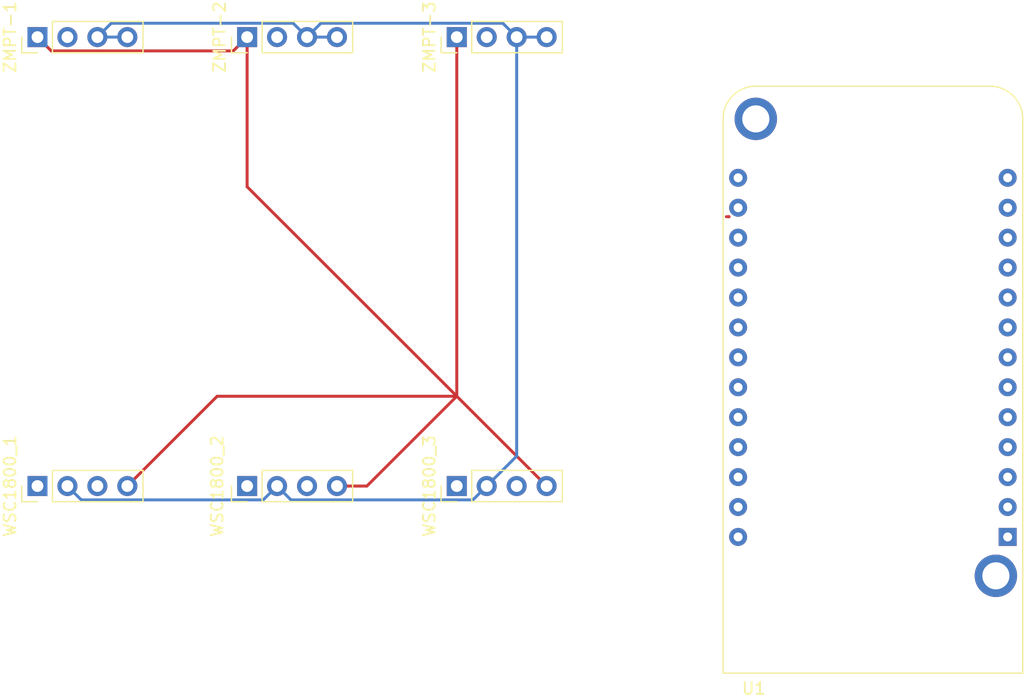
<source format=kicad_pcb>
(kicad_pcb (version 20221018) (generator pcbnew)
  (layers (0 "F.Cu" signal) (31 "B.Cu" signal) (34 "B.Paste" user) (35 "F.Paste" user) (36 "B.SilkS" user "B.Silkscreen") (37 "F.SilkS" user "F.Silkscreen") (38 "B.Mask" user) (39 "F.Mask" user) (44 "Edge.Cuts" user))
  (net 0 "")
  (net 13 "Net-(U1-GPIO36)")
  (net 14 "Net-(U1-GPIO39)")
  (net 16 "Net-(U1-GPIO34)")
  (net 17 "Net-(U1-GPIO35)")
  (net 18 "Net-(U1-GPIO32)")
  (net 19 "Net-(U1-GPIO33)")
  (net 28 "VPP")
  (net 29 "GND")
  (footprint "Connector_PinHeader_2.54mm:PinHeader_1x04_P2.54mm_Vertical" (layer "F.Cu") (at 53.34 53.34 90)
    (fp_text reference "ZMPT-1" (at 0 -2.33 90) (layer "F.SilkS"))
    (fp_text value "Screw_Terminal_01x04" hide)
    (fp_line (start -1.33 -1.33) (end 0 -1.33) (stroke (width 0.12)) (layer "F.SilkS"))
    (fp_line (start -1.33 0) (end -1.33 -1.33) (stroke (width 0.12)) (layer "F.SilkS"))
    (fp_line (start -1.33 1.27) (end -1.33 8.95) (stroke (width 0.12)) (layer "F.SilkS"))
    (fp_line (start -1.33 1.27) (end 1.33 1.27) (stroke (width 0.12)) (layer "F.SilkS"))
    (fp_line (start -1.33 8.95) (end 1.33 8.95) (stroke (width 0.12)) (layer "F.SilkS"))
    (fp_line (start 1.33 1.27) (end 1.33 8.95) (stroke (width 0.12)) (layer "F.SilkS"))
    (pad "1" thru_hole rect (at 0 0 90) (size 1.7 1.7) (drill 1) (layers "*.Cu" "*.Mask") (net 28 "VPP"))
    (pad "2" thru_hole oval (at 0 2.54 90) (size 1.7 1.7) (drill 1) (layers "*.Cu" "*.Mask") (net 16 "Net-(U1-GPIO34)"))
    (pad "3" thru_hole oval (at 0 5.08 90) (size 1.7 1.7) (drill 1) (layers "*.Cu" "*.Mask") (net 29 "GND"))
    (pad "4" thru_hole oval (at 0 7.62 90) (size 1.7 1.7) (drill 1) (layers "*.Cu" "*.Mask") (net 29 "GND"))
  )
  (footprint "Connector_PinHeader_2.54mm:PinHeader_1x04_P2.54mm_Vertical" (layer "F.Cu") (at 88.9 53.34 90)
    (fp_text reference "ZMPT-3" (at 0 -2.33 90) (layer "F.SilkS"))
    (fp_text value "Screw_Terminal_01x04" hide)
    (fp_line (start -1.33 -1.33) (end 0 -1.33) (stroke (width 0.12)) (layer "F.SilkS"))
    (fp_line (start -1.33 0) (end -1.33 -1.33) (stroke (width 0.12)) (layer "F.SilkS"))
    (fp_line (start -1.33 1.27) (end -1.33 8.95) (stroke (width 0.12)) (layer "F.SilkS"))
    (fp_line (start -1.33 1.27) (end 1.33 1.27) (stroke (width 0.12)) (layer "F.SilkS"))
    (fp_line (start -1.33 8.95) (end 1.33 8.95) (stroke (width 0.12)) (layer "F.SilkS"))
    (fp_line (start 1.33 1.27) (end 1.33 8.95) (stroke (width 0.12)) (layer "F.SilkS"))
    (pad "1" thru_hole rect (at 0 0 90) (size 1.7 1.7) (drill 1) (layers "*.Cu" "*.Mask") (net 28 "VPP"))
    (pad "2" thru_hole oval (at 0 2.54 90) (size 1.7 1.7) (drill 1) (layers "*.Cu" "*.Mask") (net 13 "Net-(U1-GPIO36)"))
    (pad "3" thru_hole oval (at 0 5.08 90) (size 1.7 1.7) (drill 1) (layers "*.Cu" "*.Mask") (net 29 "GND"))
    (pad "4" thru_hole oval (at 0 7.62 90) (size 1.7 1.7) (drill 1) (layers "*.Cu" "*.Mask") (net 29 "GND"))
  )
  (footprint "Connector_PinHeader_2.54mm:PinHeader_1x04_P2.54mm_Vertical" (layer "F.Cu") (at 71.12 91.44 90)
    (fp_text reference "WSC1800_2" (at 0 -2.54 90) (layer "F.SilkS"))
    (fp_text value "Screw_Terminal_01x04" hide)
    (fp_line (start -1.33 -1.33) (end 0 -1.33) (stroke (width 0.12)) (layer "F.SilkS"))
    (fp_line (start -1.33 0) (end -1.33 -1.33) (stroke (width 0.12)) (layer "F.SilkS"))
    (fp_line (start -1.33 1.27) (end -1.33 8.95) (stroke (width 0.12)) (layer "F.SilkS"))
    (fp_line (start -1.33 1.27) (end 1.33 1.27) (stroke (width 0.12)) (layer "F.SilkS"))
    (fp_line (start -1.33 8.95) (end 1.33 8.95) (stroke (width 0.12)) (layer "F.SilkS"))
    (fp_line (start 1.33 1.27) (end 1.33 8.95) (stroke (width 0.12)) (layer "F.SilkS"))
    (pad "1" thru_hole rect (at 0 0 90) (size 1.7 1.7) (drill 1) (layers "*.Cu" "*.Mask") (net 19 "Net-(U1-GPIO33)"))
    (pad "2" thru_hole oval (at 0 2.54 90) (size 1.7 1.7) (drill 1) (layers "*.Cu" "*.Mask") (net 29 "GND"))
    (pad "3" thru_hole oval (at 0 5.08 90) (size 1.7 1.7) (drill 1) (layers "*.Cu" "*.Mask"))
    (pad "4" thru_hole oval (at 0 7.62 90) (size 1.7 1.7) (drill 1) (layers "*.Cu" "*.Mask") (net 28 "VPP"))
  )
  (footprint "Connector_PinHeader_2.54mm:PinHeader_1x04_P2.54mm_Vertical" (layer "F.Cu") (at 88.9 91.44 90)
    (fp_text reference "WSC1800_3" (at 0 -2.33 90) (layer "F.SilkS"))
    (fp_text value "Screw_Terminal_01x04" hide)
    (fp_line (start -1.33 -1.33) (end 0 -1.33) (stroke (width 0.12)) (layer "F.SilkS"))
    (fp_line (start -1.33 0) (end -1.33 -1.33) (stroke (width 0.12)) (layer "F.SilkS"))
    (fp_line (start -1.33 1.27) (end -1.33 8.95) (stroke (width 0.12)) (layer "F.SilkS"))
    (fp_line (start -1.33 1.27) (end 1.33 1.27) (stroke (width 0.12)) (layer "F.SilkS"))
    (fp_line (start -1.33 8.95) (end 1.33 8.95) (stroke (width 0.12)) (layer "F.SilkS"))
    (fp_line (start 1.33 1.27) (end 1.33 8.95) (stroke (width 0.12)) (layer "F.SilkS"))
    (pad "1" thru_hole rect (at 0 0 90) (size 1.7 1.7) (drill 1) (layers "*.Cu" "*.Mask") (net 14 "Net-(U1-GPIO39)"))
    (pad "2" thru_hole oval (at 0 2.54 90) (size 1.7 1.7) (drill 1) (layers "*.Cu" "*.Mask") (net 29 "GND"))
    (pad "3" thru_hole oval (at 0 5.08 90) (size 1.7 1.7) (drill 1) (layers "*.Cu" "*.Mask"))
    (pad "4" thru_hole oval (at 0 7.62 90) (size 1.7 1.7) (drill 1) (layers "*.Cu" "*.Mask") (net 28 "VPP"))
  )
  (footprint "Connector_PinHeader_2.54mm:PinHeader_1x04_P2.54mm_Vertical" (layer "F.Cu") (at 71.12 53.34 90)
    (fp_text reference "ZMPT-2" (at 0 -2.33 90) (layer "F.SilkS"))
    (fp_text value "Screw_Terminal_01x04" hide)
    (fp_line (start -1.33 -1.33) (end 0 -1.33) (stroke (width 0.12)) (layer "F.SilkS"))
    (fp_line (start -1.33 0) (end -1.33 -1.33) (stroke (width 0.12)) (layer "F.SilkS"))
    (fp_line (start -1.33 1.27) (end -1.33 8.95) (stroke (width 0.12)) (layer "F.SilkS"))
    (fp_line (start -1.33 1.27) (end 1.33 1.27) (stroke (width 0.12)) (layer "F.SilkS"))
    (fp_line (start -1.33 8.95) (end 1.33 8.95) (stroke (width 0.12)) (layer "F.SilkS"))
    (fp_line (start 1.33 1.27) (end 1.33 8.95) (stroke (width 0.12)) (layer "F.SilkS"))
    (pad "1" thru_hole rect (at 0 0 90) (size 1.7 1.7) (drill 1) (layers "*.Cu" "*.Mask") (net 28 "VPP"))
    (pad "2" thru_hole oval (at 0 2.54 90) (size 1.7 1.7) (drill 1) (layers "*.Cu" "*.Mask") (net 17 "Net-(U1-GPIO35)"))
    (pad "3" thru_hole oval (at 0 5.08 90) (size 1.7 1.7) (drill 1) (layers "*.Cu" "*.Mask") (net 29 "GND"))
    (pad "4" thru_hole oval (at 0 7.62 90) (size 1.7 1.7) (drill 1) (layers "*.Cu" "*.Mask") (net 29 "GND"))
  )
  (footprint "WEMOS_LoLin32_Lite:WEMOS_LoLin32_Lite" (layer "F.Cu") (at 135.62 95.76)
    (fp_text reference "U1" (at -21.53 12.86 unlocked) (layer "F.SilkS"))
    (fp_text value "WeMos_LoLin32_Lite")
    (fp_line (start -24.135 11.56) (end -24.135 -35.48) (stroke (width 0.12)) (layer "F.SilkS"))
    (fp_line (start -21.36 -38.255) (end -1.5 -38.255) (stroke (width 0.12)) (layer "F.SilkS"))
    (fp_line (start 1.275 -35.48) (end 1.275 11.56) (stroke (width 0.12)) (layer "F.SilkS"))
    (fp_line (start 1.275 11.56) (end -24.135 11.56) (stroke (width 0.12)) (layer "F.SilkS"))
    (fp_arc (start -24.135 -35.48) (mid -23.322221 -37.442221) (end -21.36 -38.255) (stroke (width 0.12)) (layer "F.SilkS"))
    (fp_arc (start -1.5 -38.255) (mid 0.462221 -37.442221) (end 1.275 -35.48) (stroke (width 0.12)) (layer "F.SilkS"))
    (pad "" np_thru_hole circle (at -21.36 -35.48) (size 3.6 3.6) (drill 2.3) (layers "F&B.Cu" "*.Mask"))
    (pad "" np_thru_hole circle (at -1 3.3) (size 3.6 3.6) (drill 2.3) (layers "F&B.Cu" "*.Mask"))
    (pad "1" thru_hole rect (at 0 0) (size 1.524 1.524) (drill 0.762) (layers "*.Cu" "*.Mask"))
    (pad "2" thru_hole circle (at 0 -2.54) (size 1.524 1.524) (drill 0.762) (layers "*.Cu" "*.Mask"))
    (pad "3" thru_hole circle (at 0 -5.08) (size 1.524 1.524) (drill 0.762) (layers "*.Cu" "*.Mask"))
    (pad "4" thru_hole circle (at 0 -7.62) (size 1.524 1.524) (drill 0.762) (layers "*.Cu" "*.Mask"))
    (pad "5" thru_hole circle (at 0 -10.16) (size 1.524 1.524) (drill 0.762) (layers "*.Cu" "*.Mask"))
    (pad "6" thru_hole circle (at 0 -12.7) (size 1.524 1.524) (drill 0.762) (layers "*.Cu" "*.Mask"))
    (pad "7" thru_hole circle (at 0 -15.24) (size 1.524 1.524) (drill 0.762) (layers "*.Cu" "*.Mask"))
    (pad "8" thru_hole circle (at 0 -17.78) (size 1.524 1.524) (drill 0.762) (layers "*.Cu" "*.Mask"))
    (pad "9" thru_hole circle (at 0 -20.32) (size 1.524 1.524) (drill 0.762) (layers "*.Cu" "*.Mask"))
    (pad "10" thru_hole circle (at 0 -22.86) (size 1.524 1.524) (drill 0.762) (layers "*.Cu" "*.Mask"))
    (pad "11" thru_hole circle (at 0 -25.4) (size 1.524 1.524) (drill 0.762) (layers "*.Cu" "*.Mask"))
    (pad "12" thru_hole circle (at 0 -27.94) (size 1.524 1.524) (drill 0.762) (layers "*.Cu" "*.Mask"))
    (pad "13" thru_hole circle (at 0 -30.48) (size 1.524 1.524) (drill 0.762) (layers "*.Cu" "*.Mask") (net 28 "VPP"))
    (pad "14" thru_hole circle (at -22.86 -30.48) (size 1.524 1.524) (drill 0.762) (layers "*.Cu" "*.Mask") (net 13 "Net-(U1-GPIO36)"))
    (pad "15" thru_hole circle (at -22.86 -27.94) (size 1.524 1.524) (drill 0.762) (layers "*.Cu" "*.Mask") (net 14 "Net-(U1-GPIO39)"))
    (pad "16" thru_hole circle (at -22.86 -25.4) (size 1.524 1.524) (drill 0.762) (layers "*.Cu" "*.Mask"))
    (pad "17" thru_hole circle (at -22.86 -22.86) (size 1.524 1.524) (drill 0.762) (layers "*.Cu" "*.Mask") (net 16 "Net-(U1-GPIO34)"))
    (pad "18" thru_hole circle (at -22.86 -20.32) (size 1.524 1.524) (drill 0.762) (layers "*.Cu" "*.Mask") (net 17 "Net-(U1-GPIO35)"))
    (pad "19" thru_hole circle (at -22.86 -17.78) (size 1.524 1.524) (drill 0.762) (layers "*.Cu" "*.Mask") (net 18 "Net-(U1-GPIO32)"))
    (pad "20" thru_hole circle (at -22.86 -15.24) (size 1.524 1.524) (drill 0.762) (layers "*.Cu" "*.Mask") (net 19 "Net-(U1-GPIO33)"))
    (pad "21" thru_hole circle (at -22.86 -12.7) (size 1.524 1.524) (drill 0.762) (layers "*.Cu" "*.Mask"))
    (pad "22" thru_hole circle (at -22.86 -10.16) (size 1.524 1.524) (drill 0.762) (layers "*.Cu" "*.Mask"))
    (pad "23" thru_hole circle (at -22.86 -7.62) (size 1.524 1.524) (drill 0.762) (layers "*.Cu" "*.Mask"))
    (pad "24" thru_hole circle (at -22.86 -5.08) (size 1.524 1.524) (drill 0.762) (layers "*.Cu" "*.Mask"))
    (pad "25" thru_hole circle (at -22.86 -2.54) (size 1.524 1.524) (drill 0.762) (layers "*.Cu" "*.Mask"))
    (pad "26" thru_hole circle (at -22.86 0) (size 1.524 1.524) (drill 0.762) (layers "*.Cu" "*.Mask") (net 29 "GND"))
  )
  (footprint "Connector_PinHeader_2.54mm:PinHeader_1x04_P2.54mm_Vertical" (layer "F.Cu") (at 53.34 91.44 90)
    (fp_text reference "WSC1800_1" (at 0 -2.33 90) (layer "F.SilkS"))
    (fp_text value "Screw_Terminal_01x04" hide)
    (fp_line (start -1.33 -1.33) (end 0 -1.33) (stroke (width 0.12)) (layer "F.SilkS"))
    (fp_line (start -1.33 0) (end -1.33 -1.33) (stroke (width 0.12)) (layer "F.SilkS"))
    (fp_line (start -1.33 1.27) (end -1.33 8.95) (stroke (width 0.12)) (layer "F.SilkS"))
    (fp_line (start -1.33 1.27) (end 1.33 1.27) (stroke (width 0.12)) (layer "F.SilkS"))
    (fp_line (start -1.33 8.95) (end 1.33 8.95) (stroke (width 0.12)) (layer "F.SilkS"))
    (fp_line (start 1.33 1.27) (end 1.33 8.95) (stroke (width 0.12)) (layer "F.SilkS"))
    (pad "1" thru_hole rect (at 0 0 90) (size 1.7 1.7) (drill 1) (layers "*.Cu" "*.Mask") (net 18 "Net-(U1-GPIO32)"))
    (pad "2" thru_hole oval (at 0 2.54 90) (size 1.7 1.7) (drill 1) (layers "*.Cu" "*.Mask") (net 29 "GND"))
    (pad "3" thru_hole oval (at 0 5.08 90) (size 1.7 1.7) (drill 1) (layers "*.Cu" "*.Mask"))
    (pad "4" thru_hole oval (at 0 7.62 90) (size 1.7 1.7) (drill 1) (layers "*.Cu" "*.Mask") (net 28 "VPP"))
  )
  (segment (start 111.76 68.58) (end 111.989526 68.58) (width 0.25) (layer "F.Cu") (net 0))
  (segment (start 111.989526 68.58) (end 111.994763 68.585237) (width 0.25) (layer "F.Cu") (net 0))
  (segment (start 78.74 91.44) (end 81.28 91.44) (width 0.25) (layer "F.Cu") (net 28))
  (segment (start 60.96 91.44) (end 68.58 83.82) (width 0.25) (layer "F.Cu") (net 28))
  (segment (start 88.9 83.82) (end 88.9 53.34) (width 0.25) (layer "F.Cu") (net 28))
  (segment (start 68.58 83.82) (end 88.9 83.82) (width 0.25) (layer "F.Cu") (net 28))
  (segment (start 96.52 91.44) (end 88.9 83.82) (width 0.25) (layer "F.Cu") (net 28))
  (segment (start 88.9 83.82) (end 71.12 66.04) (width 0.25) (layer "F.Cu") (net 28))
  (segment (start 54.510344 54.510344) (end 53.34 53.34) (width 0.25) (layer "F.Cu") (net 28))
  (segment (start 71.12 53.34) (end 69.949656 54.510344) (width 0.25) (layer "F.Cu") (net 28))
  (segment (start 81.28 91.44) (end 88.9 83.82) (width 0.25) (layer "F.Cu") (net 28))
  (segment (start 71.12 66.04) (end 71.12 53.34) (width 0.25) (layer "F.Cu") (net 28))
  (segment (start 69.949656 54.510344) (end 54.510344 54.510344) (width 0.25) (layer "F.Cu") (net 28))
  (segment (start 74.835 92.615) (end 73.66 91.44) (width 0.25) (layer "B.Cu") (net 29))
  (segment (start 93.98 88.9) (end 93.98 53.34) (width 0.25) (layer "B.Cu") (net 29))
  (segment (start 58.42 53.34) (end 59.595 52.165) (width 0.25) (layer "B.Cu") (net 29))
  (segment (start 92.805 52.165) (end 93.98 53.34) (width 0.25) (layer "B.Cu") (net 29))
  (segment (start 72.485 92.615) (end 57.055 92.615) (width 0.25) (layer "B.Cu") (net 29))
  (segment (start 75.025 52.165) (end 76.2 53.34) (width 0.25) (layer "B.Cu") (net 29))
  (segment (start 73.66 91.44) (end 72.485 92.615) (width 0.25) (layer "B.Cu") (net 29))
  (segment (start 76.2 53.34) (end 78.74 53.34) (width 0.25) (layer "B.Cu") (net 29))
  (segment (start 96.52 53.34) (end 93.98 53.34) (width 0.25) (layer "B.Cu") (net 29))
  (segment (start 90.265 92.615) (end 74.835 92.615) (width 0.25) (layer "B.Cu") (net 29))
  (segment (start 91.44 91.44) (end 93.98 88.9) (width 0.25) (layer "B.Cu") (net 29))
  (segment (start 76.2 53.34) (end 77.375 52.165) (width 0.25) (layer "B.Cu") (net 29))
  (segment (start 91.44 91.44) (end 90.265 92.615) (width 0.25) (layer "B.Cu") (net 29))
  (segment (start 60.96 53.34) (end 58.42 53.34) (width 0.25) (layer "B.Cu") (net 29))
  (segment (start 77.375 52.165) (end 92.805 52.165) (width 0.25) (layer "B.Cu") (net 29))
  (segment (start 57.055 92.615) (end 55.88 91.44) (width 0.25) (layer "B.Cu") (net 29))
  (segment (start 59.595 52.165) (end 75.025 52.165) (width 0.25) (layer "B.Cu") (net 29))
)
</source>
